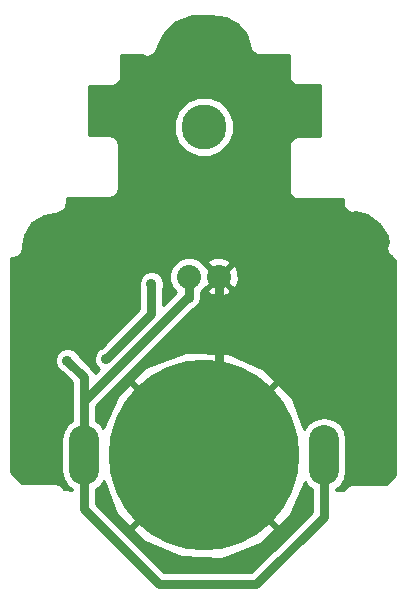
<source format=gbl>
G04 (created by PCBNEW (2013-07-07 BZR 4022)-stable) date 23/08/2014 11:16:52*
%MOIN*%
G04 Gerber Fmt 3.4, Leading zero omitted, Abs format*
%FSLAX34Y34*%
G01*
G70*
G90*
G04 APERTURE LIST*
%ADD10C,0.00590551*%
%ADD11C,0.08*%
%ADD12O,0.1X0.2*%
%ADD13C,0.6362*%
%ADD14C,0.15*%
%ADD15C,0.035*%
%ADD16C,0.03*%
%ADD17C,0.01*%
G04 APERTURE END LIST*
G54D10*
G54D11*
X36000Y-36500D03*
X37000Y-36500D03*
G54D12*
X32500Y-42450D03*
X40500Y-42450D03*
G54D13*
X36500Y-42450D03*
G54D14*
X36500Y-31500D03*
G54D15*
X33250Y-39250D03*
X34750Y-36750D03*
X31950Y-39300D03*
G54D16*
X37000Y-36500D02*
X37000Y-41950D01*
X37000Y-41950D02*
X36500Y-42450D01*
X33250Y-39250D02*
X34750Y-37750D01*
X34750Y-37750D02*
X34750Y-36750D01*
X36000Y-37150D02*
X36000Y-36500D01*
X32500Y-42450D02*
X32500Y-40650D01*
X36000Y-37200D02*
X36000Y-36500D01*
X32500Y-40650D02*
X36000Y-37150D01*
X32500Y-39850D02*
X31950Y-39300D01*
X38250Y-46750D02*
X40500Y-44500D01*
X35000Y-46750D02*
X38250Y-46750D01*
X40500Y-44500D02*
X40500Y-42450D01*
X32500Y-44250D02*
X35000Y-46750D01*
X36000Y-37200D02*
X36000Y-37150D01*
X32500Y-42450D02*
X32500Y-44250D01*
X32500Y-42450D02*
X32500Y-39850D01*
G54D10*
G36*
X42875Y-43115D02*
X42565Y-43425D01*
X41450Y-43425D01*
X41325Y-43449D01*
X41220Y-43520D01*
X41150Y-43625D01*
X40900Y-43625D01*
X40900Y-43591D01*
X41030Y-43504D01*
X41192Y-43261D01*
X41250Y-42974D01*
X41250Y-41925D01*
X41192Y-41638D01*
X41030Y-41395D01*
X40787Y-41232D01*
X40500Y-41175D01*
X40212Y-41232D01*
X39969Y-41395D01*
X39843Y-41584D01*
X39456Y-40579D01*
X39359Y-40434D01*
X38964Y-40056D01*
X38893Y-40126D01*
X38893Y-39985D01*
X38515Y-39590D01*
X37654Y-39208D01*
X37654Y-36605D01*
X37644Y-36347D01*
X37564Y-36152D01*
X37500Y-36128D01*
X37500Y-31301D01*
X37348Y-30934D01*
X37067Y-30652D01*
X36699Y-30500D01*
X36301Y-30499D01*
X35934Y-30651D01*
X35652Y-30932D01*
X35500Y-31300D01*
X35499Y-31698D01*
X35651Y-32065D01*
X35932Y-32347D01*
X36300Y-32499D01*
X36698Y-32500D01*
X37065Y-32348D01*
X37347Y-32067D01*
X37499Y-31699D01*
X37500Y-31301D01*
X37500Y-36128D01*
X37458Y-36112D01*
X37387Y-36183D01*
X37387Y-36041D01*
X37347Y-35935D01*
X37105Y-35845D01*
X36847Y-35855D01*
X36652Y-35935D01*
X36612Y-36041D01*
X37000Y-36429D01*
X37387Y-36041D01*
X37387Y-36183D01*
X37070Y-36500D01*
X37458Y-36887D01*
X37564Y-36847D01*
X37654Y-36605D01*
X37654Y-39208D01*
X37387Y-39090D01*
X37387Y-36958D01*
X37000Y-36570D01*
X36612Y-36958D01*
X36652Y-37064D01*
X36894Y-37154D01*
X37152Y-37144D01*
X37347Y-37064D01*
X37387Y-36958D01*
X37387Y-39090D01*
X37267Y-39037D01*
X35903Y-39003D01*
X34629Y-39493D01*
X34484Y-39590D01*
X34106Y-39985D01*
X36500Y-42379D01*
X38893Y-39985D01*
X38893Y-40126D01*
X36570Y-42450D01*
X38964Y-44843D01*
X39359Y-44465D01*
X39859Y-43339D01*
X39969Y-43504D01*
X40100Y-43591D01*
X40100Y-44334D01*
X38893Y-45540D01*
X38893Y-44914D01*
X36500Y-42520D01*
X34106Y-44914D01*
X34484Y-45309D01*
X35732Y-45862D01*
X37096Y-45896D01*
X38370Y-45406D01*
X38515Y-45309D01*
X38893Y-44914D01*
X38893Y-45540D01*
X38084Y-46350D01*
X35165Y-46350D01*
X32900Y-44084D01*
X32900Y-43591D01*
X33030Y-43504D01*
X33156Y-43315D01*
X33543Y-44320D01*
X33640Y-44465D01*
X34035Y-44843D01*
X36429Y-42450D01*
X34035Y-40056D01*
X33640Y-40434D01*
X33140Y-41560D01*
X33030Y-41395D01*
X32900Y-41308D01*
X32900Y-40815D01*
X36144Y-37571D01*
X36153Y-37569D01*
X36282Y-37482D01*
X36369Y-37353D01*
X36400Y-37200D01*
X36400Y-37150D01*
X36400Y-37019D01*
X36534Y-36884D01*
X36541Y-36887D01*
X36929Y-36500D01*
X36541Y-36112D01*
X36534Y-36115D01*
X36368Y-35949D01*
X36129Y-35850D01*
X35871Y-35849D01*
X35632Y-35948D01*
X35449Y-36131D01*
X35350Y-36370D01*
X35349Y-36628D01*
X35448Y-36867D01*
X35582Y-37001D01*
X35150Y-37434D01*
X35150Y-36894D01*
X35174Y-36834D01*
X35175Y-36665D01*
X35110Y-36509D01*
X34991Y-36389D01*
X34834Y-36325D01*
X34665Y-36324D01*
X34509Y-36389D01*
X34389Y-36508D01*
X34325Y-36665D01*
X34324Y-36834D01*
X34350Y-36894D01*
X34350Y-37584D01*
X33069Y-38864D01*
X33009Y-38889D01*
X32889Y-39008D01*
X32825Y-39165D01*
X32824Y-39334D01*
X32889Y-39490D01*
X32991Y-39592D01*
X32872Y-39711D01*
X32869Y-39696D01*
X32869Y-39696D01*
X32840Y-39653D01*
X32782Y-39567D01*
X32782Y-39567D01*
X32335Y-39119D01*
X32310Y-39059D01*
X32191Y-38939D01*
X32034Y-38875D01*
X31865Y-38874D01*
X31709Y-38939D01*
X31589Y-39058D01*
X31525Y-39215D01*
X31524Y-39384D01*
X31589Y-39540D01*
X31708Y-39660D01*
X31769Y-39685D01*
X32100Y-40015D01*
X32100Y-40650D01*
X32100Y-41308D01*
X31969Y-41395D01*
X31807Y-41638D01*
X31750Y-41925D01*
X31750Y-42974D01*
X31807Y-43261D01*
X31969Y-43504D01*
X32100Y-43591D01*
X32100Y-43616D01*
X32074Y-43599D01*
X31950Y-43575D01*
X31849Y-43575D01*
X31779Y-43470D01*
X31674Y-43399D01*
X31550Y-43375D01*
X30434Y-43375D01*
X30075Y-43015D01*
X30075Y-35875D01*
X30150Y-35875D01*
X30274Y-35850D01*
X30379Y-35779D01*
X30450Y-35674D01*
X30475Y-35550D01*
X30453Y-35439D01*
X30519Y-35103D01*
X30772Y-34724D01*
X31153Y-34470D01*
X31663Y-34369D01*
X31695Y-34356D01*
X31724Y-34350D01*
X31748Y-34333D01*
X31780Y-34320D01*
X31804Y-34296D01*
X31829Y-34279D01*
X31846Y-34255D01*
X31870Y-34231D01*
X31883Y-34199D01*
X31900Y-34174D01*
X31906Y-34144D01*
X31918Y-34114D01*
X31918Y-34081D01*
X31925Y-34050D01*
X31925Y-33875D01*
X33350Y-33875D01*
X33474Y-33850D01*
X33579Y-33779D01*
X33650Y-33674D01*
X33675Y-33550D01*
X33675Y-32100D01*
X33650Y-31975D01*
X33579Y-31870D01*
X33474Y-31799D01*
X33350Y-31775D01*
X32665Y-31775D01*
X32665Y-30135D01*
X33420Y-30135D01*
X33544Y-30110D01*
X33649Y-30039D01*
X33720Y-29934D01*
X33745Y-29810D01*
X33745Y-29125D01*
X34436Y-29125D01*
X34467Y-29146D01*
X34590Y-29174D01*
X34715Y-29153D01*
X34823Y-29086D01*
X34848Y-29050D01*
X34879Y-29029D01*
X34950Y-28924D01*
X34972Y-28813D01*
X35155Y-28403D01*
X35570Y-28010D01*
X36104Y-27806D01*
X36725Y-27824D01*
X37220Y-27870D01*
X37609Y-28075D01*
X37890Y-28413D01*
X38039Y-28895D01*
X38046Y-28908D01*
X38049Y-28924D01*
X38079Y-28968D01*
X38100Y-29007D01*
X38111Y-29016D01*
X38120Y-29029D01*
X38163Y-29059D01*
X38198Y-29087D01*
X38212Y-29091D01*
X38225Y-29100D01*
X38275Y-29110D01*
X38320Y-29123D01*
X38334Y-29121D01*
X38350Y-29125D01*
X39325Y-29125D01*
X39325Y-29800D01*
X39349Y-29924D01*
X39420Y-30029D01*
X39525Y-30100D01*
X39650Y-30125D01*
X40375Y-30125D01*
X40375Y-31825D01*
X39650Y-31825D01*
X39525Y-31849D01*
X39420Y-31920D01*
X39349Y-32025D01*
X39325Y-32150D01*
X39325Y-33600D01*
X39349Y-33724D01*
X39420Y-33829D01*
X39525Y-33900D01*
X39650Y-33925D01*
X41125Y-33925D01*
X41125Y-34050D01*
X41149Y-34174D01*
X41220Y-34279D01*
X41325Y-34350D01*
X41450Y-34375D01*
X41546Y-34355D01*
X41921Y-34442D01*
X42324Y-34730D01*
X42587Y-35150D01*
X42626Y-35385D01*
X42599Y-35425D01*
X42575Y-35550D01*
X42599Y-35674D01*
X42670Y-35779D01*
X42721Y-35814D01*
X42724Y-35822D01*
X42811Y-35914D01*
X42875Y-35943D01*
X42875Y-43115D01*
X42875Y-43115D01*
G37*
G54D17*
X42875Y-43115D02*
X42565Y-43425D01*
X41450Y-43425D01*
X41325Y-43449D01*
X41220Y-43520D01*
X41150Y-43625D01*
X40900Y-43625D01*
X40900Y-43591D01*
X41030Y-43504D01*
X41192Y-43261D01*
X41250Y-42974D01*
X41250Y-41925D01*
X41192Y-41638D01*
X41030Y-41395D01*
X40787Y-41232D01*
X40500Y-41175D01*
X40212Y-41232D01*
X39969Y-41395D01*
X39843Y-41584D01*
X39456Y-40579D01*
X39359Y-40434D01*
X38964Y-40056D01*
X38893Y-40126D01*
X38893Y-39985D01*
X38515Y-39590D01*
X37654Y-39208D01*
X37654Y-36605D01*
X37644Y-36347D01*
X37564Y-36152D01*
X37500Y-36128D01*
X37500Y-31301D01*
X37348Y-30934D01*
X37067Y-30652D01*
X36699Y-30500D01*
X36301Y-30499D01*
X35934Y-30651D01*
X35652Y-30932D01*
X35500Y-31300D01*
X35499Y-31698D01*
X35651Y-32065D01*
X35932Y-32347D01*
X36300Y-32499D01*
X36698Y-32500D01*
X37065Y-32348D01*
X37347Y-32067D01*
X37499Y-31699D01*
X37500Y-31301D01*
X37500Y-36128D01*
X37458Y-36112D01*
X37387Y-36183D01*
X37387Y-36041D01*
X37347Y-35935D01*
X37105Y-35845D01*
X36847Y-35855D01*
X36652Y-35935D01*
X36612Y-36041D01*
X37000Y-36429D01*
X37387Y-36041D01*
X37387Y-36183D01*
X37070Y-36500D01*
X37458Y-36887D01*
X37564Y-36847D01*
X37654Y-36605D01*
X37654Y-39208D01*
X37387Y-39090D01*
X37387Y-36958D01*
X37000Y-36570D01*
X36612Y-36958D01*
X36652Y-37064D01*
X36894Y-37154D01*
X37152Y-37144D01*
X37347Y-37064D01*
X37387Y-36958D01*
X37387Y-39090D01*
X37267Y-39037D01*
X35903Y-39003D01*
X34629Y-39493D01*
X34484Y-39590D01*
X34106Y-39985D01*
X36500Y-42379D01*
X38893Y-39985D01*
X38893Y-40126D01*
X36570Y-42450D01*
X38964Y-44843D01*
X39359Y-44465D01*
X39859Y-43339D01*
X39969Y-43504D01*
X40100Y-43591D01*
X40100Y-44334D01*
X38893Y-45540D01*
X38893Y-44914D01*
X36500Y-42520D01*
X34106Y-44914D01*
X34484Y-45309D01*
X35732Y-45862D01*
X37096Y-45896D01*
X38370Y-45406D01*
X38515Y-45309D01*
X38893Y-44914D01*
X38893Y-45540D01*
X38084Y-46350D01*
X35165Y-46350D01*
X32900Y-44084D01*
X32900Y-43591D01*
X33030Y-43504D01*
X33156Y-43315D01*
X33543Y-44320D01*
X33640Y-44465D01*
X34035Y-44843D01*
X36429Y-42450D01*
X34035Y-40056D01*
X33640Y-40434D01*
X33140Y-41560D01*
X33030Y-41395D01*
X32900Y-41308D01*
X32900Y-40815D01*
X36144Y-37571D01*
X36153Y-37569D01*
X36282Y-37482D01*
X36369Y-37353D01*
X36400Y-37200D01*
X36400Y-37150D01*
X36400Y-37019D01*
X36534Y-36884D01*
X36541Y-36887D01*
X36929Y-36500D01*
X36541Y-36112D01*
X36534Y-36115D01*
X36368Y-35949D01*
X36129Y-35850D01*
X35871Y-35849D01*
X35632Y-35948D01*
X35449Y-36131D01*
X35350Y-36370D01*
X35349Y-36628D01*
X35448Y-36867D01*
X35582Y-37001D01*
X35150Y-37434D01*
X35150Y-36894D01*
X35174Y-36834D01*
X35175Y-36665D01*
X35110Y-36509D01*
X34991Y-36389D01*
X34834Y-36325D01*
X34665Y-36324D01*
X34509Y-36389D01*
X34389Y-36508D01*
X34325Y-36665D01*
X34324Y-36834D01*
X34350Y-36894D01*
X34350Y-37584D01*
X33069Y-38864D01*
X33009Y-38889D01*
X32889Y-39008D01*
X32825Y-39165D01*
X32824Y-39334D01*
X32889Y-39490D01*
X32991Y-39592D01*
X32872Y-39711D01*
X32869Y-39696D01*
X32869Y-39696D01*
X32840Y-39653D01*
X32782Y-39567D01*
X32782Y-39567D01*
X32335Y-39119D01*
X32310Y-39059D01*
X32191Y-38939D01*
X32034Y-38875D01*
X31865Y-38874D01*
X31709Y-38939D01*
X31589Y-39058D01*
X31525Y-39215D01*
X31524Y-39384D01*
X31589Y-39540D01*
X31708Y-39660D01*
X31769Y-39685D01*
X32100Y-40015D01*
X32100Y-40650D01*
X32100Y-41308D01*
X31969Y-41395D01*
X31807Y-41638D01*
X31750Y-41925D01*
X31750Y-42974D01*
X31807Y-43261D01*
X31969Y-43504D01*
X32100Y-43591D01*
X32100Y-43616D01*
X32074Y-43599D01*
X31950Y-43575D01*
X31849Y-43575D01*
X31779Y-43470D01*
X31674Y-43399D01*
X31550Y-43375D01*
X30434Y-43375D01*
X30075Y-43015D01*
X30075Y-35875D01*
X30150Y-35875D01*
X30274Y-35850D01*
X30379Y-35779D01*
X30450Y-35674D01*
X30475Y-35550D01*
X30453Y-35439D01*
X30519Y-35103D01*
X30772Y-34724D01*
X31153Y-34470D01*
X31663Y-34369D01*
X31695Y-34356D01*
X31724Y-34350D01*
X31748Y-34333D01*
X31780Y-34320D01*
X31804Y-34296D01*
X31829Y-34279D01*
X31846Y-34255D01*
X31870Y-34231D01*
X31883Y-34199D01*
X31900Y-34174D01*
X31906Y-34144D01*
X31918Y-34114D01*
X31918Y-34081D01*
X31925Y-34050D01*
X31925Y-33875D01*
X33350Y-33875D01*
X33474Y-33850D01*
X33579Y-33779D01*
X33650Y-33674D01*
X33675Y-33550D01*
X33675Y-32100D01*
X33650Y-31975D01*
X33579Y-31870D01*
X33474Y-31799D01*
X33350Y-31775D01*
X32665Y-31775D01*
X32665Y-30135D01*
X33420Y-30135D01*
X33544Y-30110D01*
X33649Y-30039D01*
X33720Y-29934D01*
X33745Y-29810D01*
X33745Y-29125D01*
X34436Y-29125D01*
X34467Y-29146D01*
X34590Y-29174D01*
X34715Y-29153D01*
X34823Y-29086D01*
X34848Y-29050D01*
X34879Y-29029D01*
X34950Y-28924D01*
X34972Y-28813D01*
X35155Y-28403D01*
X35570Y-28010D01*
X36104Y-27806D01*
X36725Y-27824D01*
X37220Y-27870D01*
X37609Y-28075D01*
X37890Y-28413D01*
X38039Y-28895D01*
X38046Y-28908D01*
X38049Y-28924D01*
X38079Y-28968D01*
X38100Y-29007D01*
X38111Y-29016D01*
X38120Y-29029D01*
X38163Y-29059D01*
X38198Y-29087D01*
X38212Y-29091D01*
X38225Y-29100D01*
X38275Y-29110D01*
X38320Y-29123D01*
X38334Y-29121D01*
X38350Y-29125D01*
X39325Y-29125D01*
X39325Y-29800D01*
X39349Y-29924D01*
X39420Y-30029D01*
X39525Y-30100D01*
X39650Y-30125D01*
X40375Y-30125D01*
X40375Y-31825D01*
X39650Y-31825D01*
X39525Y-31849D01*
X39420Y-31920D01*
X39349Y-32025D01*
X39325Y-32150D01*
X39325Y-33600D01*
X39349Y-33724D01*
X39420Y-33829D01*
X39525Y-33900D01*
X39650Y-33925D01*
X41125Y-33925D01*
X41125Y-34050D01*
X41149Y-34174D01*
X41220Y-34279D01*
X41325Y-34350D01*
X41450Y-34375D01*
X41546Y-34355D01*
X41921Y-34442D01*
X42324Y-34730D01*
X42587Y-35150D01*
X42626Y-35385D01*
X42599Y-35425D01*
X42575Y-35550D01*
X42599Y-35674D01*
X42670Y-35779D01*
X42721Y-35814D01*
X42724Y-35822D01*
X42811Y-35914D01*
X42875Y-35943D01*
X42875Y-43115D01*
M02*

</source>
